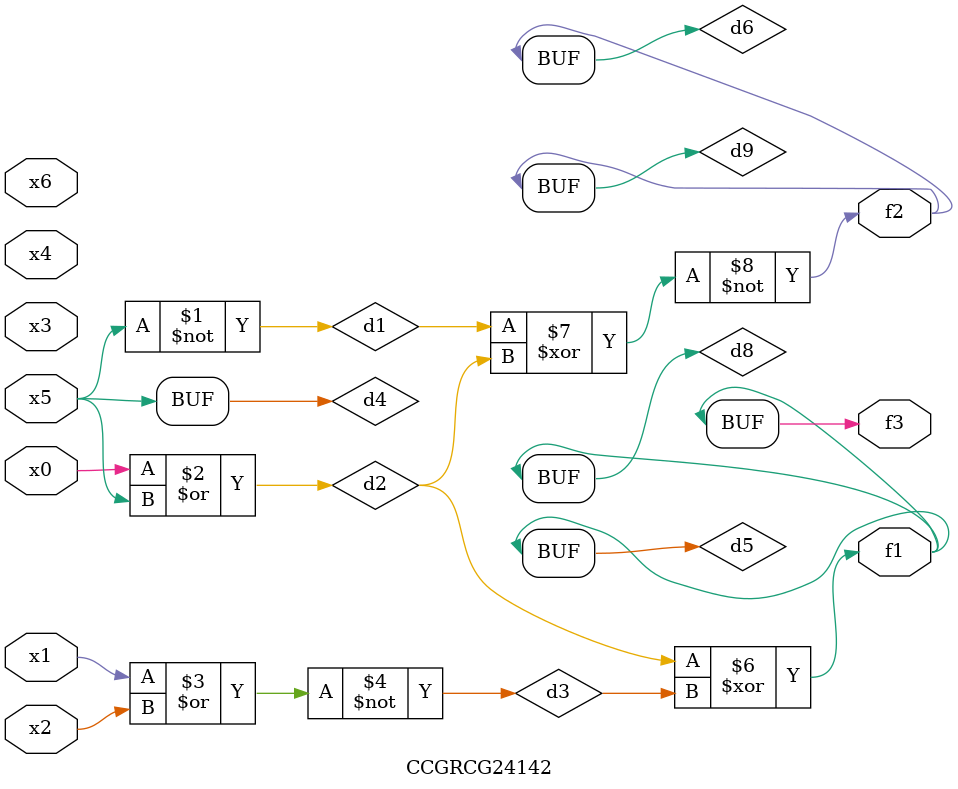
<source format=v>
module CCGRCG24142(
	input x0, x1, x2, x3, x4, x5, x6,
	output f1, f2, f3
);

	wire d1, d2, d3, d4, d5, d6, d7, d8, d9;

	nand (d1, x5);
	or (d2, x0, x5);
	nor (d3, x1, x2);
	xnor (d4, d1);
	xor (d5, d2, d3);
	xnor (d6, d1, d2);
	not (d7, x4);
	buf (d8, d5);
	xor (d9, d6);
	assign f1 = d8;
	assign f2 = d9;
	assign f3 = d8;
endmodule

</source>
